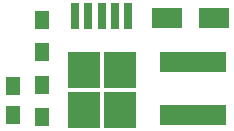
<source format=gtp>
%TF.GenerationSoftware,KiCad,Pcbnew,(5.1.7)-1*%
%TF.CreationDate,2022-01-04T16:17:04+01:00*%
%TF.ProjectId,cr-17xx-psu-preamp-board,63722d31-3778-4782-9d70-73752d707265,rev?*%
%TF.SameCoordinates,Original*%
%TF.FileFunction,Paste,Top*%
%TF.FilePolarity,Positive*%
%FSLAX46Y46*%
G04 Gerber Fmt 4.6, Leading zero omitted, Abs format (unit mm)*
G04 Created by KiCad (PCBNEW (5.1.7)-1) date 2022-01-04 16:17:04*
%MOMM*%
%LPD*%
G01*
G04 APERTURE LIST*
%ADD10R,5.700000X1.700000*%
%ADD11R,0.800000X2.200000*%
%ADD12R,2.750000X3.050000*%
%ADD13R,1.300000X1.500000*%
%ADD14R,2.500000X1.800000*%
%ADD15R,1.250000X1.500000*%
G04 APERTURE END LIST*
D10*
X203500000Y-81250000D03*
X203500000Y-85750000D03*
D11*
X198000000Y-77300000D03*
X196860000Y-77300000D03*
X195720000Y-77300000D03*
X194580000Y-77300000D03*
X193440000Y-77300000D03*
D12*
X194195000Y-85275000D03*
X197245000Y-81925000D03*
X197245000Y-85275000D03*
X194195000Y-81925000D03*
D13*
X190720000Y-80350000D03*
X190720000Y-77650000D03*
X190720000Y-85850000D03*
X190720000Y-83150000D03*
D14*
X201220000Y-77500000D03*
X205220000Y-77500000D03*
D15*
X188220000Y-85750000D03*
X188220000Y-83250000D03*
M02*

</source>
